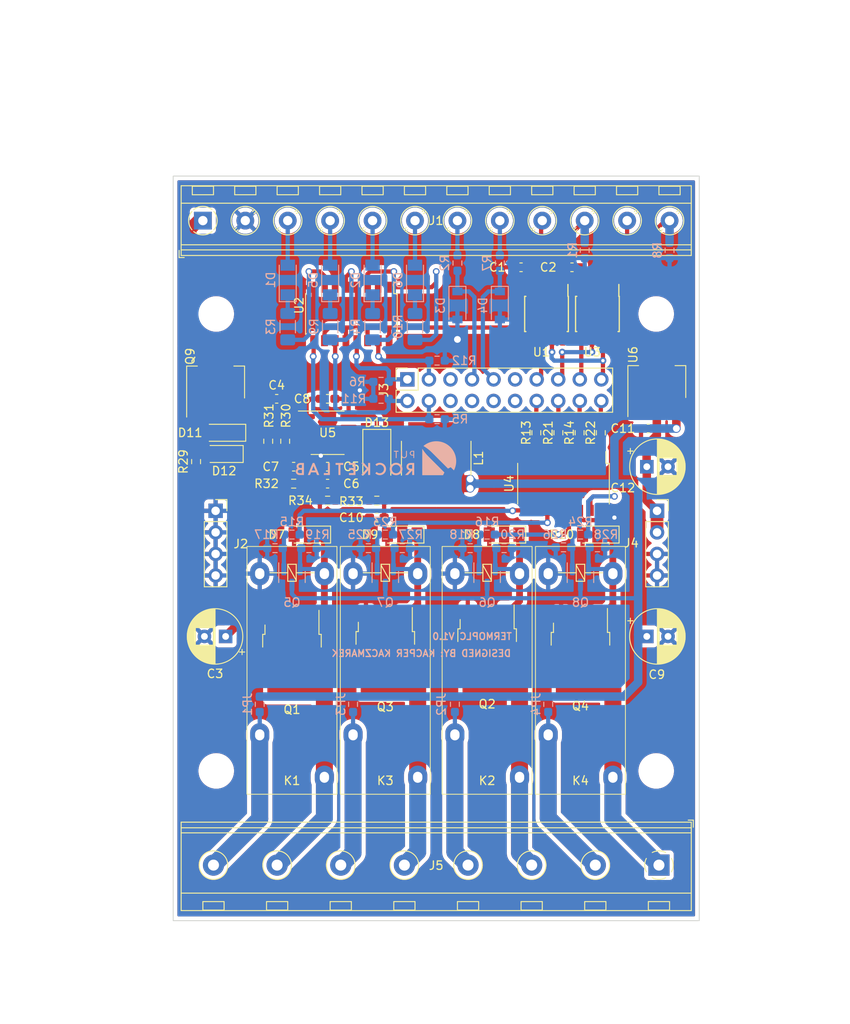
<source format=kicad_pcb>
(kicad_pcb (version 20211014) (generator pcbnew)
  (layers (0 "F.Cu" signal) (31 "B.Cu" signal) (34 "B.Paste" user) (35 "F.Paste" user) (36 "B.SilkS" user "B.Silkscreen") (37 "F.SilkS" user "F.Silkscreen") (38 "B.Mask" user) (39 "F.Mask" user) (44 "Edge.Cuts" user))
  (net 0 "")
  (net 1 "+24V")
  (net 2 "+3V3")
  (net 3 "IN1")
  (net 4 "IN2")
  (net 5 "IN3")
  (net 6 "IN4")
  (net 7 "A1")
  (net 8 "A2")
  (net 9 "T1+")
  (net 10 "T1-")
  (net 11 "T2+")
  (net 12 "VDD")
  (net 13 "Q1_A")
  (net 14 "Q1_B")
  (net 15 "Q2_A")
  (net 16 "Q2_B")
  (net 17 "Q3_A")
  (net 18 "Q3_B")
  (net 19 "Q4_A")
  (net 20 "Q4_B")
  (net 21 "+9V")
  (net 22 "A1_A")
  (net 23 "A2_A")
  (net 24 "A1_B")
  (net 25 "MOSI")
  (net 26 "A2_B")
  (net 27 "MISO")
  (net 28 "IS1")
  (net 29 "SCK")
  (net 30 "IS2")
  (net 31 "CS1")
  (net 32 "IS3")
  (net 33 "CS2")
  (net 34 "IS4")
  (net 35 "A3")
  (net 36 "A4")
  (net 37 "Net-(D1-Pad1)")
  (net 38 "Net-(D2-Pad1)")
  (net 39 "CTRL1")
  (net 40 "CTRL2")
  (net 41 "CTRL3")
  (net 42 "CTRL4")
  (net 43 "/Voltage Management/EN2")
  (net 44 "Net-(C7-Pad1)")
  (net 45 "Net-(C8-Pad2)")
  (net 47 "Net-(C5-Pad1)")
  (net 48 "Net-(C6-Pad2)")
  (net 49 "Net-(C8-Pad1)")
  (net 50 "Net-(D5-Pad1)")
  (net 51 "Net-(D6-Pad1)")
  (net 52 "Net-(D12-Pad2)")
  (net 53 "Net-(Q5-Pad1)")
  (net 54 "Net-(Q6-Pad1)")
  (net 55 "Net-(Q7-Pad1)")
  (net 56 "Net-(Q8-Pad1)")
  (net 57 "Net-(R3-Pad2)")
  (net 58 "Net-(R4-Pad2)")
  (net 59 "Net-(R9-Pad2)")
  (net 60 "Net-(R10-Pad2)")
  (net 61 "Net-(R33-Pad2)")
  (net 63 "GND")
  (net 64 "T2-")
  (net 65 "Net-(R13-Pad2)")
  (net 66 "Net-(R14-Pad2)")
  (net 67 "Net-(R15-Pad1)")
  (net 68 "Net-(R16-Pad1)")
  (net 69 "Net-(R22-Pad2)")
  (net 70 "Net-(R23-Pad1)")
  (net 71 "Net-(R24-Pad1)")
  (net 77 "Net-(R21-Pad2)")
  (footprint "Resistor_SMD:R_0603_1608Metric_Pad0.98x0.95mm_HandSolder" (layer "F.Cu") (at 70.2 85 90)
    (fp_text reference "R31")
    (fp_text value "22k")
  )
  (footprint "TerminalBlock_RND:TerminalBlock_RND_205-00055_1x12_P5.00mm_Horizontal" (layer "F.Cu") (at 62.5 59)
    (fp_text reference "J1")
    (fp_text value "MainConn")
  )
  (footprint "Diode_SMD:D_MiniMELF" (layer "F.Cu") (at 98 96 180)
    (fp_text reference "D8")
    (fp_text value "D")
  )
  (footprint "Resistor_SMD:R_0603_1608Metric_Pad0.98x0.95mm_HandSolder" (layer "F.Cu") (at 104.4 84 -90)
    (fp_text reference "R21")
    (fp_text value "1k")
  )
  (footprint "TerminalBlock_RND:TerminalBlock_RND_205-00073_1x08_P7.50mm_Horizontal" (layer "F.Cu") (at 116.25 134.95 180)
    (fp_text reference "J5")
    (fp_text value "RelayConn")
  )
  (footprint "Diode_SMD:D_MiniMELF" (layer "F.Cu") (at 65 84 180)
    (fp_text reference "D11")
    (fp_text value "D")
  )
  (footprint "Capacitor_SMD:C_0603_1608Metric_Pad1.08x0.95mm_HandSolder" (layer "F.Cu") (at 77.2 88 180)
    (fp_text reference "C5")
    (fp_text value "47p")
  )
  (footprint "Package_SO:SOP-16_4.4x10.4mm_P1.27mm" (layer "F.Cu") (at 80 70 -90)
    (fp_text reference "U2")
    (fp_text value "LTV-247")
  )
  (footprint "Capacitor_SMD:C_0603_1608Metric_Pad1.08x0.95mm_HandSolder" (layer "F.Cu") (at 77.2 80 180)
    (fp_text reference "C8")
    (fp_text value "100n")
  )
  (footprint "Package_SO:PowerIntegrations_SO-8" (layer "F.Cu") (at 103 70 -90)
    (fp_text reference "U1")
    (fp_text value "MAX6675")
  )
  (footprint "Resistor_SMD:R_0603_1608Metric_Pad0.98x0.95mm_HandSolder" (layer "F.Cu") (at 61.7 87.4 -90)
    (fp_text reference "R29")
    (fp_text value "100k")
  )
  (footprint "PUTRocketLab_other:V23061-A1004-A302" (layer "F.Cu") (at 84 112)
    (fp_text reference "K3")
    (fp_text value "V23061A1004A302")
  )
  (footprint "Connector_PinSocket_2.54mm:PinSocket_1x04_P2.54mm_Vertical" (layer "F.Cu") (at 116.025 93.2)
    (fp_text reference "J4")
    (fp_text value "Conn_01x04")
  )
  (footprint "Capacitor_SMD:C_0603_1608Metric_Pad1.08x0.95mm_HandSolder" (layer "F.Cu") (at 115 83.5 180)
    (fp_text reference "C12")
    (fp_text value "100n")
  )
  (footprint "Capacitor_SMD:C_0603_1608Metric_Pad1.08x0.95mm_HandSolder" (layer "F.Cu") (at 83 94 180)
    (fp_text reference "C10")
    (fp_text value "100n")
  )
  (footprint "Package_TO_SOT_SMD:SOT-223-3_TabPin2" (layer "F.Cu") (at 116 78 90)
    (fp_text reference "U6")
    (fp_text value "AZ1117-3.3")
  )
  (footprint "Diode_SMD:D_SOD-123" (layer "F.Cu") (at 65 86.5 180)
    (fp_text reference "D12")
    (fp_text value "9V")
  )
  (footprint "Resistor_SMD:R_0603_1608Metric_Pad0.98x0.95mm_HandSolder" (layer "F.Cu") (at 77.2 92 180)
    (fp_text reference "R34")
    (fp_text value "10k")
  )
  (footprint "Capacitor_SMD:C_0603_1608Metric_Pad1.08x0.95mm_HandSolder" (layer "F.Cu") (at 71.2 80 180)
    (fp_text reference "C4")
    (fp_text value "100n")
  )
  (footprint "Resistor_SMD:R_0603_1608Metric_Pad0.98x0.95mm_HandSolder" (layer "F.Cu") (at 106.9 84 -90)
    (fp_text reference "R14")
    (fp_text value "1k")
  )
  (footprint "Package_SO:SOP-16_4.4x10.4mm_P1.27mm" (layer "F.Cu") (at 105 90 -90)
    (fp_text reference "U4")
    (fp_text value "LTV-247")
  )
  (footprint "Capacitor_THT:CP_Radial_D6.3mm_P2.50mm" (layer "F.Cu") (at 114.81762 88)
    (fp_text reference "C11")
    (fp_text value "100u")
  )
  (footprint "Capacitor_SMD:C_0603_1608Metric_Pad1.08x0.95mm_HandSolder" (layer "F.Cu") (at 106 64.5 180)
    (fp_text reference "C2")
    (fp_text value "100n")
  )
  (footprint "Package_SO:PowerIntegrations_SO-8" (layer "F.Cu") (at 109 70 -90)
    (fp_text reference "U3")
    (fp_text value "MAX6675")
  )
  (footprint "Package_TO_SOT_SMD:TO-252-2" (layer "F.Cu") (at 73 110.225 -90)
    (fp_text reference "Q1")
    (fp_text value "IRLR2705TRPBF")
  )
  (footprint "Package_SO:SOIC-8_3.9x4.9mm_P1.27mm" (layer "F.Cu") (at 77.2 84)
    (fp_text reference "U5")
    (fp_text value "TPS54231")
  )
  (footprint "Connector_PinSocket_2.54mm:PinSocket_1x04_P2.54mm_Vertical" (layer "F.Cu") (at 64 93.2)
    (fp_text reference "J2")
    (fp_text value "Conn_01x04")
  )
  (footprint "Capacitor_THT:CP_Radial_D6.3mm_P2.50mm" (layer "F.Cu") (at 65.18238 108 180)
    (fp_text reference "C3")
    (fp_text value "100u")
  )
  (footprint "MountingHole:MountingHole_3.2mm_M3" (layer "F.Cu") (at 64.075 70)
    (fp_text reference "H1" hide)
    (fp_text value "M3")
  )
  (footprint "Resistor_SMD:R_0603_1608Metric_Pad0.98x0.95mm_HandSolder" (layer "F.Cu") (at 73.2 90 180)
    (fp_text reference "R32")
    (fp_text value "22k")
  )
  (footprint "Package_TO_SOT_SMD:TO-252-2" (layer "F.Cu") (at 84 109.9 -90)
    (fp_text reference "Q3")
    (fp_text value "IRLR2705TRPBF")
  )
  (footprint "PUTRocketLab_other:V23061-A1004-A302" (layer "F.Cu") (at 107 112)
    (fp_text reference "K4")
    (fp_text value "V23061A1004A302")
  )
  (footprint "Connector_PinSocket_2.54mm:PinSocket_2x10_P2.54mm_Vertical" (layer "F.Cu") (at 86.6 77.71 90)
    (fp_text reference "J3")
    (fp_text value "Conn_02x10_Odd_Even")
  )
  (footprint "Capacitor_SMD:C_0603_1608Metric_Pad1.08x0.95mm_HandSolder" (layer "F.Cu") (at 100 64.5 180)
    (fp_text reference "C1")
    (fp_text value "100n")
  )
  (footprint "Inductor_SMD:L_Bourns_SRN8040TA" (layer "F.Cu") (at 90 87 -90)
    (fp_text reference "L1")
    (fp_text value "10u")
  )
  (footprint "MountingHole:MountingHole_3.2mm_M3" (layer "F.Cu") (at 115.925 70)
    (fp_text reference "H2" hide)
    (fp_text value "M3")
  )
  (footprint "MountingHole:MountingHole_3.2mm_M3" (layer "F.Cu") (at 115.925 123.85)
    (fp_text reference "H3" hide)
    (fp_text value "M3")
  )
  (footprint "Capacitor_THT:CP_Radial_D6.3mm_P2.50mm" (layer "F.Cu") (at 114.817621 108)
    (fp_text reference "C9")
    (fp_text value "100u")
  )
  (footprint "Package_TO_SOT_SMD:TO-252-2" (layer "F.Cu") (at 107 110 -90)
    (fp_text reference "Q4")
    (fp_text value "IRLR2705TRPBF")
  )
  (footprint "Capacitor_SMD:C_0603_1608Metric_Pad1.08x0.95mm_HandSolder" (layer "F.Cu") (at 77.2 90 180)
    (fp_text reference "C6")
    (fp_text value "100n")
  )
  (footprint "Resistor_SMD:R_0603_1608Metric_Pad0.98x0.95mm_HandSolder" (layer "F.Cu") (at 101.8 84 -90)
    (fp_text reference "R13")
    (fp_text value "1k")
  )
  (footprint "Diode_SMD:D_MiniMELF" (layer "F.Cu") (at 75 96 180)
    (fp_text reference "D7")
    (fp_text value "D")
  )
  (footprint "MountingHole:MountingHole_3.2mm_M3" (layer "F.Cu") (at 64.075 123.85)
    (fp_text reference "H4" hide)
    (fp_text value "M3")
  )
  (footprint "Resistor_SMD:R_0603_1608Metric_Pad0.98x0.95mm_HandSolder" (layer "F.Cu") (at 83 92 180)
    (fp_text reference "R33")
    (fp_text value "100k")
  )
  (footprint "Diode_SMD:D_MiniMELF" (layer "F.Cu") (at 86 96 180)
    (fp_text reference "D9")
    (fp_text value "D")
  )
  (footprint "Capacitor_SMD:C_0603_1608Metric_Pad1.08x0.95mm_HandSolder" (layer "F.Cu") (at 73.2 88 180)
    (fp_text reference "C7")
    (fp_text value "100n")
  )
  (footprint "PUTRocketLab_other:V23061-A1004-A302" (layer "F.Cu") (at 96 112)
    (fp_text reference "K2")
    (fp_text value "V23061A1004A302")
  )
  (footprint "Diode_SMD:D_SMA" (layer "F.Cu") (at 83 87 -90)
    (fp_text reference "D13")
    (fp_text value "D_Schottky")
  )
  (footprint "Package_TO_SOT_SMD:SOT-223-3_TabPin2" (layer "F.Cu") (at 64 78.05 90)
    (fp_text reference "Q9")
    (fp_text value "NVF5P03")
  )
  (footprint "Package_TO_SOT_SMD:TO-252-2" (layer "F.Cu") (at 96 109.575 -90)
    (fp_text reference "Q2")
    (fp_text value "IRLR2705TRPBF")
  )
  (footprint "Resistor_SMD:R_0603_1608Metric_Pad0.98x0.95mm_HandSolder" (layer "F.Cu") (at 109.4 84 -90)
    (fp_text reference "R22")
    (fp_text value "1k")
  )
  (footprint "Resistor_SMD:R_0603_1608Metric_Pad0.98x0.95mm_HandSolder" (layer "F.Cu") (at 72.2 85 -90)
    (fp_text reference "R30")
    (fp_text value "100k")
  )
  (footprint "Diode_SMD:D_MiniMELF" (layer "F.Cu") (at 109 96 180)
    (fp_text reference "D10")
    (fp_text value "D")
  )
  (footprint "PUTRocketLab_other:V23061-A1004-A302" (layer "F.Cu") (at 73 112)
    (fp_text reference "K1")
    (fp_text value "V23061A1004A302")
  )
  (footprint "Diode_SMD:D_MiniMELF" (layer "B.Cu") (at 87.5 66 90)
    (fp_text reference "D6")
    (fp_text value "D")
  )
  (footprint "Resistor_SMD:R_1206_3216Metric_Pad1.30x1.75mm_HandSolder" (layer "B.Cu") (at 72.5 71.5 -90)
    (fp_text reference "R3")
    (fp_text value "3k3")
  )
  (footprint "Resistor_SMD:R_0603_1608Metric_Pad0.98x0.95mm_HandSolder" (layer "B.Cu") (at 83.5 80 180)
    (fp_text reference "R11")
    (fp_text value "10k")
  )
  (footprint "Resistor_SMD:R_0603_1608Metric_Pad0.98x0.95mm_HandSolder" (layer "B.Cu") (at 83.5 78 180)
    (fp_text reference "R6")
    (fp_text value "10k")
  )
  (footprint "Resistor_SMD:R_0603_1608Metric_Pad0.98x0.95mm_HandSolder" (layer "B.Cu") (at 98 97.6)
    (fp_text reference "R20")
    (fp_text value "10k")
  )
  (footprint "Diode_SMD:D_MiniMELF" (layer "B.Cu") (at 72.5 66 90)
    (fp_text reference "D1")
    (fp_text value "D")
  )
  (footprint "Package_TO_SOT_SMD:SOT-23" (layer "B.Cu") (at 96 101 -90)
    (fp_text reference "Q6")
    (fp_text value "BC817")
  )
  (footprint "Diode_SMD:D_MiniMELF" (layer "B.Cu") (at 77.5 66 90)
    (fp_text reference "D5")
    (fp_text value "D")
  )
  (footprint "Package_TO_SOT_SMD:SOT-23" (layer "B.Cu") (at 73 101 -90)
    (fp_text reference "Q5")
    (fp_text value "BC817")
  )
  (footprint "Resistor_SMD:R_0603_1608Metric_Pad0.98x0.95mm_HandSolder" (layer "B.Cu") (at 92.2 116 -90)
    (fp_text reference "JP2")
    (fp_text value "Shorted in mosfet mode")
  )
  (footprint "PutRocketLab_graphics:PutRocketlab_logo_2_h4mm" (layer "B.Cu") (at 82.9 87 180)
    (fp_text reference "G1" hide)
    (fp_text value "PutRocketLab_logo_large" hide)
  )
  (footprint "Resistor_SMD:R_1206_3216Metric_Pad1.30x1.75mm_HandSolder" (layer "B.Cu") (at 87.5 71.5 -90)
    (fp_text reference "R10")
    (fp_text value "3k3")
  )
  (footprint "Resistor_SMD:R_0603_1608Metric_Pad0.98x0.95mm_HandSolder" (layer "B.Cu") (at 71 97.6 180)
    (fp_text reference "R17")
    (fp_text value "inf")
  )
  (footprint "Resistor_SMD:R_0603_1608Metric_Pad0.98x0.95mm_HandSolder" (layer "B.Cu") (at 75 97.6)
    (fp_text reference "R19")
    (fp_text value "10k")
  )
  (footprint "Resistor_SMD:R_0603_1608Metric_Pad0.98x0.95mm_HandSolder" (layer "B.Cu") (at 84 96 180)
    (fp_text reference "R23")
    (fp_text value "100")
  )
  (footprint "Resistor_SMD:R_0603_1608Metric_Pad0.98x0.95mm_HandSolder" (layer "B.Cu") (at 96 96 180)
    (fp_text reference "R16")
    (fp_text value "100")
  )
  (footprint "Resistor_SMD:R_0603_1608Metric_Pad0.98x0.95mm_HandSolder" (layer "B.Cu") (at 107.5 62.5 -90)
    (fp_text reference "R1")
    (fp_text value "0R")
  )
  (footprint "Resistor_SMD:R_0603_1608Metric_Pad0.98x0.95mm_HandSolder" (layer "B.Cu") (at 80.2 116 -90)
    (fp_text reference "JP3")
    (fp_text value "Shorted in mosfet mode")
  )
  (footprint "Resistor_SMD:R_0603_1608Metric_Pad0.98x0.95mm_HandSolder" (layer "B.Cu") (at 86 97.6)
    (fp_text reference "R27")
    (fp_text value "10k")
  )
  (footprint "Resistor_SMD:R_0603_1608Metric_Pad0.98x0.95mm_HandSolder" (layer "B.Cu") (at 92.5 64 -90)
    (fp_text reference "R2")
    (fp_text value "10k")
  )
  (footprint "Resistor_SMD:R_0603_1608Metric_Pad0.98x0.95mm_HandSolder" (layer "B.Cu") (at 73 96 180)
    (fp_text reference "R15")
    (fp_text value "100")
  )
  (footprint "Resistor_SMD:R_1206_3216Metric_Pad1.30x1.75mm_HandSolder" (layer "B.Cu") (at 82.5 71.5 -90)
    (fp_text reference "R4")
    (fp_text value "3k3")
  )
  (footprint "Package_TO_SOT_SMD:SOT-23" (layer "B.Cu") (at 84 101 -90)
    (fp_text reference "Q7")
    (fp_text value "BC817")
  )
  (footprint "Resistor_SMD:R_0603_1608Metric_Pad0.98x0.95mm_HandSolder" (layer "B.Cu") (at 82 97.6 180)
    (fp_text reference "R25")
    (fp_text value "inf")
  )
  (footprint "Resistor_SMD:R_0603_1608Metric_Pad0.98x0.95mm_HandSolder" (layer "B.Cu") (at 105 97.5 180)
    (fp_text reference "R26")
    (fp_text value "inf")
  )
  (footprint "Resistor_SMD:R_0603_1608Metric_Pad0.98x0.95mm_HandSolder" (layer "B.Cu") (at 107 96 180)
    (fp_text reference "R24")
    (fp_text value "100")
  )
  (footprint "Resistor_SMD:R_0603_1608Metric_Pad0.98x0.95mm_HandSolder" (layer "B.Cu") (at 90.1 82.4)
    (fp_text reference "R5")
    (fp_text value "10k")
  )
  (footprint "Resistor_SMD:R_0603_1608Metric_Pad0.98x0.95mm_HandSolder" (layer "B.Cu") (at 69.2 116 -90)
    (fp_text reference "JP1")
    (fp_text value "Shorted in mosfet mode")
  )
  (footprint "Resistor_SMD:R_0603_1608Metric_Pad0.98x0.95mm_HandSolder" (layer "B.Cu") (at 109 97.5)
    (fp_text reference "R28")
    (fp_text value "10k")
  )
  (footprint "Package_TO_SOT_SMD:SOT-23" (layer "B.Cu") (at 107 101 -90)
    (fp_text reference "Q8")
    (fp_text value "BC817")
  )
  (footprint "Resistor_SMD:R_0603_1608Metric_Pad0.98x0.95mm_HandSolder" (layer "B.Cu") (at 103.2 116 -90)
    (fp_text reference "JP4")
    (fp_text value "Shorted in mosfet mode")
  )
  (footprint "Resistor_SMD:R_0603_1608Metric_Pad0.98x0.95mm_HandSolder" (layer "B.Cu") (at 97.5 64 -90)
    (fp_text reference "R7")
    (fp_text value "10k")
  )
  (footprint "Resistor_SMD:R_0603_1608Metric_Pad0.98x0.95mm_HandSolder" (layer "B.Cu") (at 117.5 62.5 -90)
    (fp_text reference "R8")
    (fp_text value "0R")
  )
  (footprint "Resistor_SMD:R_0603_1608Metric_Pad0.98x0.95mm_HandSolder" (layer "B.Cu") (at 90.1 75.5)
    (fp_text reference "R12")
    (fp_text value "10k")
  )
  (footprint "Diode_SMD:D_MiniMELF" (layer "B.Cu") (at 82.5 66 90)
    (fp_text reference "D2")
    (fp_text value "D")
  )
  (footprint "Diode_SMD:D_SOD-123" (layer "B.Cu") (at 92.5 69 -90)
    (fp_text reference "D3")
    (fp_text value "3v6")
  )
  (footprint "Resistor_SMD:R_0603_1608Metric_Pad0.98x0.95mm_HandSolder" (layer "B.Cu") (at 94 97.6 180)
    (fp_text reference "R18")
    (fp_text value "inf")
  )
  (footprint "Resistor_SMD:R_1206_3216Metric_Pad1.30x1.75mm_HandSolder" (layer "B.Cu") (at 77.5 71.5 -90)
    (fp_text reference "R9")
    (fp_text value "3k3")
  )
  (footprint "Diode_SMD:D_SOD-123" (layer "B.Cu") (at 97.5 69 -90)
    (fp_text reference "D4")
    (fp_text value "3v6")
  )
  (gr_rect (start 59 53.75) (end 121 141.5) (layer "Edge.Cuts") (width 0.1) (fill none))
  (gr_text "DESIGNED BY: KACPER KACZMAREK" (at 98.9 110) (layer "B.SilkS") (effects (font (size 0.8 0.8) (thickness 0.16)) (justify left mirror)))
  (gr_text "TERMOPLC V1.0" (at 99 108) (layer "B.SilkS") (effects (font (size 0.8 0.8) (thickness 0.16)) (justify left mirror)))
  (segment (start 64 81.2) (end 64 83.25) (width 1) (layer "F.Cu") (net 1))
  (segment (start 64 81.2) (end 64 74.9) (width 1.5) (layer "F.Cu") (net 1))
  (segment (start 62.1 74.9) (end 64 74.9) (width 1.5) (layer "F.Cu") (net 1))
  (segment (start 62.5 59) (end 62 59) (width 1.5) (layer "F.Cu") (net 1))
  (segment (start 62 59) (end 61 60) (width 1.5) (layer "F.Cu") (net 1))
  (segment (start 61 60) (end 61 73.8) (width 1.5) (layer "F.Cu") (net 1))
  (segment (start 61 73.8) (end 62.1 74.9) (width 1.5) (layer "F.Cu") (net 1))
  (segment (start 64 83.25) (end 63.25 84) (width 1) (layer "F.Cu") (net 1))
  (segment (start 81.9 71.6) (end 84.6 71.6) (width 0.5) (layer "F.Cu") (net 2))
  (segment (start 76.83 72.17) (end 77.4 71.6) (width 0.5) (layer "F.Cu") (net 2))
  (segment (start 81.91 73.15) (end 81.91 71.61) (width 0.5) (layer "F.Cu") (net 2))
  (segment (start 114.8 85.5) (end 114.8 87.98238) (width 1) (layer "F.Cu") (net 2))
  (segment (start 77.4 71.6) (end 79.5 71.6) (width 0.5) (layer "F.Cu") (net 2))
  (segment (start 107.095 64.7325) (end 106.8625 64.5) (width 0.5) (layer "F.Cu") (net 2))
  (segment (start 101.09 65.55) (end 101.095 65.555) (width 0.5) (layer "F.Cu") (net 2))
  (segment (start 101.095 69.395) (end 101.2 69.5) (width 0.5) (layer "F.Cu") (net 2))
  (segment (start 116 74.85) (end 116 81.15) (width 1) (layer "F.Cu") (net 2))
  (segment (start 99.7 69.5) (end 106.3 69.5) (width 0.5) (layer "F.Cu") (net 2))
  (segment (start 114.81762 91.99262) (end 116.025 93.2) (width 1) (layer "F.Cu") (net 2))
  (segment (start 116 81.15) (end 116 84.3) (width 1) (layer "F.Cu") (net 2))
  (segment (start 99.4 69.8) (end 99.7 69.5) (width 0.5) (layer "F.Cu") (net 2))
  (segment (start 116.025 93.2) (end 116.025 95.74) (width 1.5) (layer "F.Cu") (net 2))
  (segment (start 79.36 71.74) (end 79.5 71.6) (width 0.5) (layer "F.Cu") (net 2))
  (segment (start 112.55 74.85) (end 116 74.85) (width 0.5) (layer "F.Cu") (net 2))
  (segment (start 107.095 69.205) (end 107.095 67.275) (width 0.5) (layer "F.Cu") (net 2))
  (segment (start 111.5 69.5) (end 112.0625 70.0625) (width 0.5) (layer "F.Cu") (net 2))
  (segment (start 112.0625 74.3625) (end 112.55 74.85) (width 0.5) (layer "F.Cu") (net 2))
  (segment (start 112.0625 70.0625) (end 112.0625 74.3625) (width 0.5) (layer "F.Cu") (net 2))
  (segment (start 101.095 67.275) (end 101.095 65.555) (width 0.5) (layer "F.Cu") (net 2))
  (segment (start 81.91 71.61) (end 81.9 71.6) (width 0.5) (layer "F.Cu") (net 2))
  (segment (start 107.095 67.275) (end 107.095 64.7325) (width 0.5) (layer "F.Cu") (net 2))
  (segment (start 79.5 71.6) (end 81.9 71.6) (width 0.5) (layer "F.Cu") (net 2))
  (segment (start 101.095 65.555) (end 101.095 64.7325) (width 0.5) (layer "F.Cu") (net 2))
  (segment (start 79.36 73.15) (end 79.36 71.74) (width 0.5) (layer "F.Cu") (net 2))
  (segment (start 114.8 87.98238) (end 114.81762 88) (width 1) (layer "F.Cu") (net 2))
  (segment (start 114.81762 88) (end 114.81762 91.99262) (width 1) (layer "F.Cu") (net 2))
  (segment (start 99.4 71.2) (end 99.4 69.8) (width 0.5) (layer "F.Cu") (net 2))
  (segment (start 76.83 73.15) (end 76.83 72.17) (width 0.5) (layer "F.Cu") (net 2))
  (segment (start 84.45 71.75) (end 84.6 71.6) (width 0.5) (layer "F.Cu") (net 2))
  (segment (start 84.6 71.6) (end 99 71.6) (width 0.5) (layer "F.Cu") (net 2))
  (segment (start 106.3 69.5) (end 111.5 69.5) (width 0.5) (layer "F.Cu") (net 2))
  (segment (start 84.45 73.15) (end 84.45 71.75) (width 0.5) (layer "F.Cu") (net 2))
  (segment (start 101.095 67.275) (end 101.095 69.395) (width 0.5) (layer "F.Cu") (net 2))
  (segment (start 101.095 64.7325) (end 100.8625 64.5) (width 0.5) (layer "F.Cu") (net 2))
  (segment (start 106.3 69.5) (end 106.8 69.5) (width 0.5) (layer "F.Cu") (net 2))
  (segment (start 99 71.6) (end 99.4 71.2) (width 0.5) (layer "F.Cu") (net 2))
  (segment (start 116 84.3) (end 114.8 85.5) (width 1) (layer "F.Cu") (net 2))
  (segment (start 72.5 64.25) (end 72.5 59) (width 0.5) (layer "B.Cu") (net 3))
  (segment (start 77.5 64.25) (end 77.5 59) (width 0.5) (layer "B.Cu") (net 4))
  (segment (start 82.5 64.25) (end 82.5 59) (width 0.5) (layer "B.Cu") (net 5))
  (segment (start 87.5 64.25) (end 87.5 59) (width 0.5) (layer "B.Cu") (net 6))
  (segment (start 76.82 100.6) (end 76.82 96.07) (width 0.8) (layer "F.Cu") (net 7))
  (segment (start 76.82 104.485) (end 75.28 106.025) (width 0.8) (layer "F.Cu") (net 7))
  (segment (start 76.82 100.6) (end 76.82 104.485) (width 0.8) (layer "F.Cu") (net 7))
  (segment (start 76.82 96.07) (end 76.75 96) (width 0.8) (layer "F.Cu") (net 7))
  (segment (start 73.95 100.0625) (end 76.2825 100.0625) (width 0.5) (layer "B.Cu") (net 7))
  (segment (start 73.95 100.1625) (end 73.95 97.7375) (width 0.5) (layer "B.Cu") (net 7))
  (segment (start 76.2825 100.0625) (end 76.82 100.6) (width 0.5) (layer "B.Cu") (net 7))
  (segment (start 73.95 97.7375) (end 74.0875 97.6) (width 0.5) (layer "B.Cu") (net 7))
  (segment (start 87.82 96.07) (end 87.75 96) (width 0.8) (layer "F.Cu") (net 8))
  (segment (start 87.82 100.6) (end 87.82 104.16) (width 0.8) (layer "F.Cu") (net 8))
  (segment (start 87.82 104.16) (end 86.28 105.7) (width 0.8) (layer "F.Cu") (net 8))
  (segment (start 87.82 100.6) (end 87.82 96.07) (width 0.8) (layer "F.Cu") (net 8))
  (segment (start 84.95 100.1625) (end 84.95 97.7375) (width 0.5) (layer "B.Cu") (net 8))
  (segment (start 84.95 97.7375) (end 85.0875 97.6) (width 0.5) (layer "B.Cu") (net 8))
  (segment (start 84.95 100.0625) (end 87.2825 100.0625) (width 0.5) (layer "B.Cu") (net 8))
  (segment (start 87.2825 100.0625) (end 87.82 100.6) (width 0.5) (layer "B.Cu") (net 8))
  (segment (start 102.365 67.275) (end 102.365 59.135) (width 0.5) (layer "F.Cu") (net 9))
  (segment (start 102.365 59.135) (end 102.5 59) (width 0.5) (layer "F.Cu") (net 9))
  (segment (start 103.635 67.275) (end 103.635 62.865) (width 0.5) (layer "F.Cu") (net 10))
  (segment (start 103.635 62.865) (end 107.5 59) (width 0.5) (layer "F.Cu") (net 10))
  (segment (start 107.5 61.5875) (end 107.5 59) (width 1) (layer "B.Cu") (net 10))
  (segment (start 108.375 67.265) (end 108.375 66.357233) (width 0.5) (layer "F.Cu") (net 11))
  (segment (start 108.375 66.357233) (end 112.5 62.232233) (width 0.5) (layer "F.Cu") (net 11))
  (segment (start 108.365 67.275) (end 108.375 67.265) (width 0.5) (layer "F.Cu") (net 11))
  (segment (start 112.5 62.232233) (end 112.5 59) (width 0.5) (layer "F.Cu") (net 11))
  (segment (start 72.2 82.3) (end 72.2 80.1375) (width 0.8) (layer "F.Cu") (net 12))
  (segment (start 66.8 81.9) (end 71.8 81.9) (width 1) (layer "F.Cu") (net 12))
  (segment (start 66.3 106.88238) (end 66.3 81.2) (width 1) (layer "F.Cu") (net 12))
  (segment (start 72.2 83.4) (end 72.2 82.3) (width 0.8) (layer "F.Cu") (net 12))
  (segment (start 72.2 84.0875) (end 72.2 83.4) (width 0.8) (layer "F.Cu") (net 12))
  (segment (start 66.3 81.2) (end 66.3 82.4) (width 1) (layer "F.Cu") (net 12))
  (segment (start 65.18238 108) (end 66.3 106.88238) (width 1) (layer "F.Cu") (net 12))
  (segment (start 74.725 83.365) (end 72.235 83.365) (width 0.5) (layer "F.Cu") (net 12))
  (segment (start 72.2 82.3) (end 72.2 81.6) (width 0.8) (layer "F.Cu") (net 12))
  (segment (start 72.235 83.365) (end 72.2 83.4) (width 0.5) (layer "F.Cu") (net 12))
  (segment (start 72.2 80.1375) (end 72.0625 80) (width 0.8) (layer "F.Cu") (net 12))
  (segment (start 69.2 129.5) (end 63.75 134.95) (width 2) (layer "F.Cu") (net 13))
  (segment (start 69.2 119.6) (end 69.2 129.5) (width 2) (layer "F.Cu") (net 13))
  (segment (start 69.2 129.5) (end 69.2 119.6) (width 2) (layer "B.Cu") (net 13))
  (segment (start 69.2 129.5) (end 63.75 134.95) (width 2) (layer "B.Cu") (net 13))
  (segment (start 69.2 116.9125) (end 69.2 119.6) (width 0.5) (layer "B.Cu") (net 13))
  (segment (start 73.1 114) (end 73 114.1) (width 2) (layer "F.Cu") (net 14))
  (segment (start 76.82 124.6) (end 76.82 113.82) (width 2) (layer "F.Cu") (net 14))
  (segment (start 75.325 112.325) (end 73 112.325) (width 2) (layer "F.Cu") (net 14))
  (segment (start 76.82 129.38) (end 71.25 134.95) (width 2) (layer "F.Cu") (net 14))
  (segment (start 76.82 113.82) (end 75.325 112.325) (width 2) (layer "F.Cu") (net 14))
  (segment (start 76.82 124.6) (end 76.82 129.38) (width 2) (layer "F.Cu") (net 14))
  (segment (start 76.82 129.38) (end 76.82 124.6) (width 2) (layer "B.Cu") (net 14))
  (segment (start 76.82 129.38) (end 71.25 134.95) (width 2) (layer "B.Cu") (net 14))
  (segment (start 80.2 133.5) (end 78.75 134.95) (width 2) (layer "F.Cu") (net 15))
  (segment (start 80.2 119.6) (end 80.2 133.5) (width 2) (layer "F.Cu") (net 15))
  (segment (start 80.2 133.5) (end 80.2 119.6) (width 2) (layer "B.Cu") (net 15))
  (segment (start 80.2 133.5) (end 78.75 134.95) (width 2) (layer "B.Cu") (net 15))
  (segment (start 80.2 116.9125) (end 80.2 119.6) (width 0.5) (layer "B.Cu") (net 15))
  (segment (start 87.82 133.38) (end 86.25 134.95) (width 2) (layer "F.Cu") (net 16))
  (segment (start 87 112) (end 84 112) (width 2) (layer "F.Cu") (net 16))
  (segment (start 87.82 124.6) (end 87.82 112.82) (width 2) (layer "F.Cu") (net 16))
  (segment (start 87.82 112.82) (end 87 112) (width 2) (layer "F.Cu") (net 16))
  (segment (start 87.82 124.6) (end 87.82 133.38) (width 2) (layer "F.Cu") (net 16))
  (segment (start 84.1 114) (end 84 114.1) (width 2) (layer "F.Cu") (net 16))
  (segment (start 87.82 133.38) (end 87.82 124.6) (width 2) (layer "B.Cu") (net 16))
  (segment (start 87.82 133.38) (end 86.25 134.95) (width 2) (layer "B.Cu") (net 16))
  (segment (start 92.2 133.4) (end 93.75 134.95) (width 2) (layer "F.Cu") (net 17))
  (segment (start 92.2 119.6) (end 92.2 133.4) (width 2) (layer "F.Cu") (net 17))
  (segment (start 92.2 116.9125) (end 92.2 119.6) (width 0.5) (layer "B.Cu") (net 17))
  (segment (start 92.2 133.4) (end 92.2 119.6) (width 2) (layer "B.Cu") (net 17))
  (segment (start 92.2 133.4) (end 93.75 134.95) (width 2) (layer "B.Cu") (net 17))
  (segment (start 98.675 111.675) (end 96 111.675) (width 2) (layer "F.Cu") (net 18))
  (segment (start 99.82 133.52) (end 101.25 134.95) (width 2) (layer "F.Cu") (net 18))
  (segment (start 99.82 124.6) (end 99.82 112.82) (width 2) (layer "F.Cu") (net 18))
  (segment (start 99.82 124.6) (end 99.82 133.52) (width 2) (layer "F.Cu") (net 18))
  (segment (start 99.82 112.82) (end 98.675 111.675) (width 2) (layer "F.Cu") (net 18))
  (segment (start 99.82 133.52) (end 99.82 124.6) (width 2) (layer "B.Cu") (net 18))
  (segment (start 99.82 133.52) (end 101.25 134.95) (width 2) (layer "B.Cu") (net 18))
  (segment (start 103.2 119.6) (end 103.2 129.4) (width 2) (layer "F.Cu") (net 19))
  (segment (start 103.2 129.4) (end 108.75 134.95) (width 2) (layer "F.Cu") (net 19))
  (segment (start 103.2 129.4) (end 103.2 119.6) (width 2) (layer "B.Cu") (net 19))
  (segment (start 103.2 116.9125) (end 103.2 119.6) (width 0.5) (layer "B.Cu") (net 19))
  (segment (start 103.2 129.4) (end 108.75 134.95) (width 2) (layer "B.Cu") (net 19))
  (segment (start 110.82 124.6) (end 110.82 129.52) (width 2) (layer "F.Cu") (net 20))
  (segment (start 110.82 124.6) (end 110.82 112.82) (width 2) (layer "F.Cu") (net 20))
  (segment (start 107.1 114) (end 107 114.1) (width 2) (layer "F.Cu") (net 20))
  (segment (start 107.1 112) (end 107 112.1) (width 2) (layer "F.Cu") (net 20))
  (segment (start 110.82 129.52) (end 116.25 134.95) (width 2) (layer "F.Cu") (net 20))
  (segment (start 110 112) (end 107.1 112) (width 2) (layer "F.Cu") (net 20))
  (segment (start 110.82 112.82) (end 110 112) (width 2) (layer "F.Cu") (net 20))
  (segment (start 110.82 129.52) (end 110.82 124.6) (width 2) (layer "B.Cu") (net 20))
  (segment (start 110.82 129.52) (end 116.25 134.95) (width 2) (layer "B.Cu") (net 20))
  (segment (start 108.969022 94.3) (end 109.45 93.819022) (width 0.5) (layer "F.Cu") (net 21))
  (segment (start 94 89.5) (end 93.3 89.5) (width 1) (layer "F.Cu") (net 21))
  (segment (start 106.5 92) (end 104.4 92) (width 0.5) (layer "F.Cu") (net 21))
  (segment (start 101.8 92) (end 88.5 92) (width 0.5) (layer "F.Cu") (net 21))
  (segment (start 101.83 93.15) (end 101.83 92.03) (width 0.5) (layer "F.Cu") (net 21))
  (segment (start 83.8625 94) (end 83.8625 92.05) (width 0.5) (layer "F.Cu") (net 21))
  (segment (start 106.91 93.15) (end 106.91 93.839022) (width 0.5) (layer "F.Cu") (net 21))
  (segment (start 106.91 93.839022) (end 107.370978 94.3) (width 0.5) (layer "F.Cu") (net 21))
  (segment (start 109.45 93.819022) (end 109.45 93.15) (width 0.5) (layer "F.Cu") (net 21))
  (segment (start 104.36 92.04) (end 104.4 92) (width 0.5) (layer "F.Cu") (net 21))
  (segment (start 90.325 89.5) (end 90 89.825) (width 1) (layer "F.Cu") (net 21))
  (segment (start 107.370978 94.3) (end 108.969022 94.3) (width 0.5) (layer "F.Cu") (net 21))
  (segment (start 104.36 93.15) (end 104.36 92.04) (width 0.5) (layer "F.Cu") (net 21))
  (segment (start 94 90.5) (end 94 89.5) (width 1) (layer "F.Cu") (net 21))
  (segment (start 90.675 90.5) (end 90 89.825) (width 1) (layer "F.Cu") (net 21))
  (segment (start 101.83 92.03) (end 101.8 92) (width 0.5) (layer "F.Cu") (net 21))
  (segment (start 90 89.825) (end 90 91.75) (width 1) (layer "F.Cu") (net 21))
  (segment (start 83.9125 92) (end 88.5 92) (width 0.5) (layer "F.Cu") (net 21))
  (segment (start 104.4 92) (end 101.8 92) (width 0.5) (layer "F.Cu") (net 21))
  (segment (start 118.3 83.5) (end 118.3 81.15) (width 1) (layer "F.Cu") (net 21))
  (segment (start 88.5 92) (end 89.9 92) (width 0.5) (layer "F.Cu") (net 21))
  (segment (start 93.3 89.8) (end 93.3 89.5) (width 1) (layer "F.Cu") (net 21))
  (segment (start 93.3 89.5) (end 90.325 89.5) (width 1) (layer "F.Cu") (net 21))
  (segment (start 106.91 92.41) (end 106.5 92) (width 0.5) (layer "F.Cu") (net 21))
  (segment (start 106.91 93.15) (end 106.91 92.41) (width 0.5) (layer "F.Cu") (net 21))
  (segment (start 94 90.5) (end 93.3 89.8) (width 1) (layer "F.Cu") (net 21))
  (segment (start 83.8625 92.05) (end 83.9125 92) (width 0.5) (layer "F.Cu") (net 21))
  (segment (start 94 90.5) (end 90.675 90.5) (width 1) (layer "F.Cu") (net 21))
  (via (at 94 90.55) (size 1) (drill 0.8) (layers "F.Cu" "B.Cu") (net 21))
  (via (at 94 89.45) (size 1) (drill 0.8) (layers "F.Cu" "B.Cu") (net 21))
  (via (at 118.3 83.5) (size 1) (drill 0.8) (layers "F.Cu" "B.Cu") (net 21))
  (segment (start 114 108) (end 113.8 107.8) (width 1) (layer "B.Cu") (net 21))
  (segment (start 69.2 115.0875) (end 103.2 115.0875) (width 0.5) (layer "B.Cu") (net 21))
  (segment (start 96.8 90) (end 94.5 90) (width 1) (layer "B.Cu") (net 21))
  (segment (start 94 90.5) (end 94.5 90) (width 1) (layer "B.Cu") (net 21))
  (segment (start 107 101.9375) (end 107 103.4) (width 0.5) (layer "B.Cu") (net 21))
  (segment (start 106.5 103.5) (end 96 103.5) (width 0.5) (layer "B.Cu") (net 21))
  (segment (start 114.817621 108) (end 114 108) (width 1) (layer "B.Cu") (net 21))
  (segment (start 73 103) (end 73 101.9375) (width 0.5) (layer "B.Cu") (net 21))
  (segment (start 84 103.5) (end 73.5 103.5) (width 0.5) (layer "B.Cu") (net 21))
  (segment (start 96 101.9375) (end 96 103.5) (width 0.5) (layer "B.Cu") (net 21))
  (segment (start 113.8 113.4) (end 112.1125 115.0875) (width 1) (layer "B.Cu") (net 21))
  (segment (start 111 90) (end 96.8 90) (width 1) (layer "B.Cu") (net 21))
  (segment (start 107 103.4) (end 106.9 103.5) (width 0.5) (layer "B.Cu") (net 21))
  (segment (start 113.8 103.2) (end 113.8 107.8) (width 1) (layer "B.Cu") (net 21))
  (segment (start 113.8 107.8) (end 113.8 113.4) (width 1) (layer "B.Cu") (net 21))
  (segment (start 112.1125 115.0875) (end 69.2 115.0875) (width 1) (layer "B.Cu") (net 21))
  (segment (start 113.5 103.5) (end 113.8 103.2) (width 0.5) (layer "B.Cu") (net 21))
  (segment (start 96 103.5) (end 84 103.5) (width 0.5) (layer "B.Cu") (net 21))
  (segment (start 113.8 103.2) (end 113.8 91) (width 1) (layer "B.Cu") (net 21))
  (segment (start 106.9 103.5) (end 106.5 103.5) (width 0.5) (layer "B.Cu") (net 21))
  (segment (start 73.5 103.5) (end 73 103) (width 0.5) (layer "B.Cu") (net 21))
  (segment (start 84 101.9375) (end 84 103.5) (width 0.5) (layer "B.Cu") (net 21))
  (segment (start 106.5 103.5) (end 113.5 103.5) (width 0.5) (layer "B.Cu") (net 21))
  (segment (start 112.2 83.5) (end 118.3 83.5) (width 1) (layer "B.Cu") (net 21))
  (segment (start 111 84.7) (end 112.2 83.5) (width 1) (layer "B.Cu") (net 21))
  (segment (start 94.5 90) (end 94 89.5) (width 1) (layer "B.Cu") (net 21))
  (segment (start 112.8 90) (end 111 90) (width 1) (layer "B.Cu") (net 21))
  (segment (start 113.8 91) (end 112.8 90) (width 1) (layer "B.Cu") (net 21))
  (segment (start 111 90) (end 111 84.7) (width 1) (layer "B.Cu") (net 21))
  (segment (start 94 90.5) (end 94 89.5) (width 1) (layer "B.Cu") (net 21))
  (segment (start 92.5 63.0875) (end 92.5 59) (width 0.5) (layer "B.Cu") (net 22))
  (segment (start 97.5 63.0875) (end 97.5 59) (width 0.5) (layer "B.Cu") (net 23))
  (segment (start 92.5 67.35) (end 93.85 67.35) (width 0.5) (layer "B.Cu") (net 24))
  (segment (start 93.85 67.35) (end 94.5 68) (width 0.5) (layer "B.Cu") (net 24))
  (segment (start 94.5 77.43) (end 94.22 77.71) (width 0.5) (layer "B.Cu") (net 24))
  (segment (start 94.5 68) (end 94.5 77.43) (width 0.5) (layer "B.Cu") (net 24))
  (segment (start 92.5 64.9125) (end 92.5 67.35) (width 0.5) (layer "B.Cu") (net 24))
  (segment (start 97.5 67.35) (end 96.15 67.35) (width 0.5) (layer "B.Cu") (net 26))
  (segment (start 95.5 68) (end 95.5 76.45) (width 0.5) (layer "B.Cu") (net 26))
  (segment (start 97.5 64.9125) (end 97.5 67.35) (width 0.5) (layer "B.Cu") (net 26))
  (segment (start 96.15 67.35) (end 95.5 68) (width 0.5) (layer "B.Cu") (net 26))
  (segment (start 95.5 76.45) (end 96.76 77.71) (width 0.5) (layer "B.Cu") (net 26))
  (segment (start 109.65 77.52) (end 109.46 77.71) (width 0.5) (layer "F.Cu") (net 27))
  (segment (start 109.65 75.5) (end 109.65 77.52) (width 0.5) (layer "F.Cu") (net 27))
  (segment (start 109.65 72.74) (end 109.635 72.725) (width 0.5) (layer "F.Cu") (net 27))
  (segment (start 109.65 75.5) (end 109.65 72.74) (width 0.5) (layer "F.Cu") (net 27))
  (segment (start 103.635 74.485) (end 103.65 74.5) (width 0.5) (layer "F.Cu") (net 27))
  (segment (start 103.635 72.725) (end 103.635 74.485) (width 0.5) (layer "F.Cu") (net 27))
  (via (at 103.65 74.5) (size 0.8) (drill 0.4) (layers "F.Cu" "B.Cu") (net 27))
  (via (at 109.65 75.5) (size 0.8) (drill 0.4) (layers "F.Cu" "B.Cu") (net 27))
  (segment (start 103.6 75.2) (end 103.6 74.55) (width 0.5) (layer "B.Cu") (net 27))
  (segment (start 109.65 75.5) (end 106.9 75.5) (width 0.5) (layer "B.Cu") (net 27))
  (segment (start 106.92 75.52) (end 106.9 75.5) (width 0.5) (layer "B.Cu") (net 27))
  (segment (start 106.9 75.5) (end 103.9 75.5) (width 0.5) (layer "B.Cu") (net 27))
  (segment (start 103.9 75.5) (end 103.6 75.2) (width 0.5) (layer "B.Cu") (net 27))
  (segment (start 103.6 74.55) (end 103.65 74.5) (width 0.5) (layer "B.Cu") (net 27))
  (segment (start 75.55 74.95) (end 75.5 75) (width 0.5) (layer "F.Cu") (net 28))
  (segment (start 75.55 73.15) (end 75.55 74.95) (width 0.5) (layer "F.Cu") (net 28))
  (via (at 75.5 75) (size 0.8) (drill 0.5) (layers "F.Cu" "B.Cu") (net 28))
  (segment (start 89.14 80.25) (end 89.14 82.3525) (width 0.5) (layer "B.Cu") (net 28))
  (segment (start 89.1875 82.4) (end 76.5 82.4) (width 0.5) (layer "B.Cu") (net 28))
  (segment (start 75.5 81.4) (end 75.5 75) (width 0.5) (layer "B.Cu") (net 28))
  (segment (start 76.5 82.4) (end 75.5 81.4) (width 0.5) (layer "B.Cu") (net 28))
  (segment (start 89.14 82.3525) (end 89.1875 82.4) (width 0.5) (layer "B.Cu") (net 28))
  (segment (start 101.6 71) (end 101.095 71.505) (width 0.5) (layer "F.Cu") (net 29))
  (segment (start 107.1 72.73) (end 107.1 77.53) (width 0.5) (layer "F.Cu") (net 29))
  (segment (start 107.1 77.53) (end 106.92 77.71) (width 0.5) (layer "F.Cu") (net 29))
  (segment (start 101.095 71.505) (end 101.095 72.725) (width 0.5) (layer "F.Cu") (net 29))
  (segment (start 107.095 72.725) (end 107.095 71.495) (width 0.5) (layer "F.Cu") (net 29))
  (segment (start 107.095 72.725) (end 107.1 72.73) (width 0.5) (layer "F.Cu") (net 29))
  (segment (start 106.6 71) (end 101.6 71) (width 0.5) (layer "F.Cu") (net 29))
  (segment (start 107.095 71.495) (end 106.6 71) (width 0.5) (layer "F.Cu") (net 29))
  (segment (start 78.09 73.15) (end 78.09 74.99) (width 0.5) (layer "F.Cu") (net 30))
  (segment (start 78.09 74.99) (end 78.1 75) (width 0.5) (layer "F.Cu") (net 30))
  (via (at 78.1 75) (size 0.8) (drill 0.5) (layers "F.Cu" "B.Cu") (net 30))
  (segment (start 84.4 80.0125) (end 84.4 81.2) (width 0.5) (layer "B.Cu") (net 30))
  (segment (start 78.1 81.1) (end 78.1 75) (width 0.5) (layer "B.Cu") (net 30))
  (segment (start 84.4 81.2) (end 84 81.6) (width 0.5) (layer "B.Cu") (net 30))
  (segment (start 84.4125 80) (end 84.4 80.0125) (width 0.5) (layer "B.Cu") (net 30))
  (segment (start 84.6625 80.25) (end 84.4125 80) (width 0.5) (layer "B.Cu") (net 30))
  (segment (start 86.6 80.25) (end 84.6625 80.25) (width 0.5) (layer "B.Cu") (net 30))
  (segment (start 78.6 81.6) (end 78.1 81.1) (width 0.5) (layer "B.Cu") (net 30))
  (segment (start 84 81.6) (end 78.6 81.6) (width 0.5) (layer "B.Cu") (net 30))
  (segment (start 102.365 72.725) (end 102.365 77.185) (width 0.5) (layer "F.Cu") (net 31))
  (segment (start 101.84 77.56) (end 101.84 77.71) (width 0.5) (layer "F.Cu") (net 31))
  (segment (start 102.365 77.185) (end 101.84 77.71) (width 0.5) (layer "F.Cu") (net 31))
  (segment (start 80.64 74.96) (end 80.6 75) (width 0.5) (layer "F.Cu") (net 32))
  (segment (start 80.64 73.15) (end 80.64 74.96) (width 0.5) (layer "F.Cu") (net 32))
  (via (at 80.6 75) (size 0.8) (drill 0.5) (layers "F.Cu" "B.Cu") (net 32))
  (segment (start 84.4125 78) (end 84.4 77.9875) (width 0.5) (layer "B.Cu") (net 32))
  (segment (start 84.4125 78) (end 84.4125 76.7125) (width 0.5) (layer "B.Cu") (net 32))
  (segment (start 86.6 77.71) (end 84.7025 77.71) (width 0.5) (layer "B.Cu") (net 32))
  (segment (start 80.6 76) (end 80.6 75) (width 0.5) (layer "B.Cu") (net 32))
  (segment (start 84.1 76.4) (end 81 76.4) (width 0.5) (layer "B.Cu") (net 32))
  (segment (start 84.4125 76.7125) (end 84.1 76.4) (width 0.5) (layer "B.Cu") (net 32))
  (segment (start 81 76.4) (end 80.6 76) (width 0.5) (layer "B.Cu") (net 32))
  (segment (start 84.7025 77.71) (end 84.4125 78) (width 0.5) (layer "B.Cu") (net 32))
  (segment (start 104.85 74.5) (end 104.85 77.24) (width 0.5) (layer "F.Cu") (net 33))
  (segment (start 108.35 72.74) (end 108.365 72.725) (width 0.5) (layer "F.Cu") (net 33))
  (segment (start 108.35 74.5) (end 108.35 72.74) (width 0.5) (layer "F.Cu") (net 33))
  (segment (start 104.85 77.24) (end 104.38 77.71) (width 0.5) (layer "F.Cu") (net 33))
  (via (at 108.35 74.5) (size 0.8) (drill 0.4) (layers "F.Cu" "B.Cu") (net 33))
  (via (at 104.85 74.5) (size 0.8) (drill 0.4) (layers "F.Cu" "B.Cu") (net 33))
  (segment (start 108.35 74.5) (end 104.85 74.5) (width 0.5) (layer "B.Cu") (net 33))
  (segment (start 83.17 73.15) (end 83.17 74.97) (width 0.5) (layer "F.Cu") (net 34))
  (segment (start 83.17 74.97) (end 83.2 75) (width 0.5) (layer "F.Cu") (net 34))
  (via (at 83.2 75) (size 0.8) (drill 0.5) (layers "F.Cu" "B.Cu") (net 34))
  (segment (start 89.1875 75.5) (end 83.7 75.5) (width 0.5) (layer "B.Cu") (net 34))
  (segment (start 89.14 77.71) (end 89.14 75.5475) (width 0.5) (layer "B.Cu") (net 34))
  (segment (start 89.14 75.5475) (end 89.1875 75.5) (width 0.5) (layer "B.Cu") (net 34))
  (segment (start 83.7 75.5) (end 83.2 75) (width 0.5) (layer "B.Cu") (net 34))
  (segment (start 99.82 100.6) (end 99.82 96.07) (width 0.8) (layer "F.Cu") (net 35))
  (segment (start 99.82 96.07) (end 99.75 96) (width 0.8) (layer "F.Cu") (net 35))
  (segment (start 99.82 100.6) (end 99.82 103.835) (width 0.8) (layer "F.Cu") (net 35))
  (segment (start 99.82 103.835) (end 98.28 105.375) (width 0.8) (layer "F.Cu") (net 35))
  (segment (start 96.95 100.0625) (end 99.2825 100.0625) (width 0.5) (layer "B.Cu") (net 35))
  (segment (start 96.95 97.7375) (end 97.0875 97.6) (width 0.5) (layer "B.Cu") (net 35))
  (segment (start 96.95 100.1375) (end 97.0875 100) (width 0.5) (layer "B.Cu") (net 35))
  (segment (start 99.2825 100.0625) (end 99.82 100.6) (width 0.5) (layer "B.Cu") (net 35))
  (segment (start 96.95 100.0625) (end 96.95 97.7375) (width 0.5) (layer "B.Cu") (net 35))
  (segment (start 110.82 100.6) (end 110.82 104.26) (width 0.8) (layer "F.Cu") (net 36))
  (segment (start 110.82 96.07) (end 110.75 96) (width 0.8) (layer "F.Cu") (net 36))
  (segment (start 110.82 100.6) (end 110.82 96.07) (width 0.8) (layer "F.Cu") (net 36))
  (segment (start 110.82 104.26) (end 109.28 105.8) (width 0.8) (layer "F.Cu") (net 36))
  (segment (start 110.2825 100.0625) (end 110.82 100.6) (width 0.5) (layer "B.Cu") (net 36))
  (segment (start 107.95 97.6375) (end 108.0875 97.5) (width 0.5) (layer "B.Cu") (net 36))
  (segment (start 107.95 100.0625) (end 110.2825 100.0625) (width 0.5) (layer "B.Cu") (net 36))
  (segment (start 107.95 100.0625) (end 107.95 97.6375) (width 0.5) (layer "B.Cu") (net 36))
  (segment (start 72.5 69.85) (end 72.5 67.75) (width 0.5) (layer "B.Cu") (net 37))
  (segment (start 82.5 69.85) (end 82.5 67.75) (width 0.5) (layer "B.Cu") (net 38))
  (segment (start 101.8 83.0875) (end 101.8 80.29) (width 0.5) (layer "F.Cu") (net 39))
  (segment (start 101.8 80.29) (end 101.84 80.25) (width 0.5) (layer "F.Cu") (net 39))
  (segment (start 104.4 80.27) (end 104.38 80.25) (width 0.5) (layer "F.Cu") (net 40))
  (segment (start 104.4 83.0875) (end 104.4 80.27) (width 0.5) (layer "F.Cu") (net 40))
  (segment (start 106.9 83.0875) (end 106.9 80.27) (width 0.5) (layer "F.Cu") (net 41))
  (segment (start 106.9 80.27) (end 106.92 80.25) (width 0.5) (layer "F.Cu") (net 41))
  (segment (start 109.4 80.31) (end 109.46 80.25) (width 0.5) (layer "F.Cu") (net 42))
  (segment (start 109.4 83.0875) (end 109.4 80.31) (width 0.5) (layer "F.Cu") (net 42))
  (segment (start 70.2 85.9125) (end 72.2 85.9125) (width 0.5) (layer "F.Cu") (net 43))
  (segment (start 73.4775 84.635) (end 74.725 84.635) (width 0.5) (layer "F.Cu") (net 43))
  (segment (start 72.2 85.9125) (end 73.4775 84.635) (width 0.5) (layer "F.Cu") (net 43))
  (segment (start 74.725 85.905) (end 74.725 87.3375) (width 0.5) (layer "F.Cu") (net 44))
  (segment (start 74.725 87.3375) (end 74.0625 88) (width 0.5) (layer "F.Cu") (net 44))
  (segment (start 74.725 80.475) (end 75.2 80) (width 0.5) (layer "F.Cu") (net 45))
  (segment (start 74.725 82.095) (end 74.725 80.475) (width 0.5) (layer "F.Cu") (net 45))
  (segment (start 75.2 80) (end 76.3375 80) (width 0.5) (layer "F.Cu") (net 45))
  (segment (start 78.0625 88.8375) (end 78.0625 88) (width 0.5) (layer "F.Cu") (net 47))
  (segment (start 79.675 84.635) (end 78.465 84.635) (width 0.5) (layer "F.Cu") (net 47))
  (segment (start 78.0625 90) (end 78.0625 88.8375) (width 0.5) (layer "F.Cu") (net 47))
  (segment (start 78.465 84.635) (end 78.0625 85.0375) (width 0.5) (layer "F.Cu") (net 47))
  (segment (start 78.0625 85.0375) (end 78.0625 88.8375) (width 0.5) (layer "F.Cu") (net 47))
  (segment (start 74.1125 90) (end 76.3375 90) (width 0.5) (layer "F.Cu") (net 48))
  (segment (start 83 85) (end 83 84.2) (width 0.8) (layer "F.Cu") (net 49))
  (segment (start 83 84.2) (end 83.025 84.175) (width 0.8) (layer "F.Cu") (net 49))
  (segment (start 79.675 82.095) (end 79.675 80.475) (width 0.5) (layer "F.Cu") (net 49))
  (segment (start 83 82.4) (end 83 84) (width 0.5) (layer "F.Cu") (net 49))
  (segment (start 82.695 82.095) (end 83 82.4) (width 0.5) (layer "F.Cu") (net 49))
  (segment (start 79.675 80.475) (end 79.2 80) (width 0.5) (layer "F.Cu") (net 49))
  (segment (start 79.2 80) (end 78.0625 80) (width 0.5) (layer "F.Cu") (net 49))
  (segment (start 79.675 82.095) (end 82.695 82.095) (width 0.5) (layer "F.Cu") (net 49))
  (segment (start 83.025 84.175) (end 90 84.175) (width 0.8) (layer "F.Cu") (net 49))
  (segment (start 77.5 69.85) (end 77.5 67.75) (width 0.5) (layer "B.Cu") (net 50))
  (segment (start 87.5 69.85) (end 87.5 67.75) (width 0.5) (layer "B.Cu") (net 51))
  (segment (start 61.7125 86.5) (end 61.7 86.4875) (width 0.8) (layer "F.Cu") (net 52))
  (segment (start 63.35 86.5) (end 61.7125 86.5) (width 0.8) (layer "F.Cu") (net 52))
  (segment (start 61.7 81.2) (end 61.7 86.4875) (width 0.8) (layer "F.Cu") (net 52))
  (segment (start 72.05 96.0375) (end 72.0875 96) (width 0.5) (layer "B.Cu") (net 53))
  (segment (start 72.05 100.1625) (end 72.05 96.0375) (width 0.5) (layer "B.Cu") (net 53))
  (segment (start 95.05 96.0375) (end 95.0875 96) (width 0.5) (layer "B.Cu") (net 54))
  (segment (start 95.05 100.1625) (end 95.05 96.0375) (width 0.5) (layer "B.Cu") (net 54))
  (segment (start 83.05 100.1625) (end 83.05 96.0375) (width 0.5) (layer "B.Cu") (net 55))
  (segment (start 106.05 95.9375) (end 106.0875 95.9) (width 0.5) (layer "B.Cu") (net 56))
  (segment (start 106.05 100.0625) (end 106.05 95.9375) (width 0.5) (layer "B.Cu") (net 56))
  (segment (start 76.3 65) (end 76.83 65.53) (width 0.5) (layer "F.Cu") (net 57))
  (segment (start 76.83 65.53) (end 76.83 66.85) (width 0.5) (layer "F.Cu") (net 57))
  (segment (start 75 65) (end 76.3 65) (width 0.5) (layer "F.Cu") (net 57))
  (via (at 75 65) (size 0.8) (drill 0.5) (layers "F.Cu" "B.Cu") (net 57))
  (segment (start 72.5 73.05) (end 74.4 73.05) (width 0.5) (layer "B.Cu") (net 57))
  (segment (start 75 72.45) (end 75 65) (width 0.5) (layer "B.Cu") (net 57))
  (segment (start 74.4 73.05) (end 75 72.45) (width 0.5) (layer "B.Cu") (net 57))
  (segment (start 81.9 66.84) (end 81.91 66.85) (width 0.5) (layer "F.Cu") (net 58))
  (segment (start 82.2 65) (end 81.9 65.3) (width 0.5) (layer "F.Cu") (net 58))
  (segment (start 81.9 65.3) (end 81.9 66.84) (width 0.5) (layer "F.Cu") (net 58))
  (segment (start 85 65) (end 82.2 65) (width 0.5) (layer "F.Cu") (net 58))
  (via (at 85 65) (size 0.8) (drill 0.5) (layers "F.Cu" "B.Cu") (net 58))
  (segment (start 84.35 73.05) (end 85 72.4) (width 0.5) (layer "B.Cu") (net 58))
  (segment (start 82.5 73.05) (end 84.35 73.05) (width 0.5) (layer "B.Cu") (net 58))
  (segment (start 85 72.4) (end 85 65) (width 0.5) (layer "B.Cu") (net 58))
  (segment (start 79.36 66.85) (end 79.36 65.64) (width 0.5) (layer "F.Cu") (net 59))
  (segment (start 79.36 65.64) (end 80 65) (width 0.5) (layer "F.Cu") (net 59))
  (via (at 80 65) (size 0.8) (drill 0.5) (layers "F.Cu" "B.Cu") (net 59))
  (segment (start 77.5 73.05) (end 79.35 73.05) (width 0.5) (layer "B.Cu") (net 59))
  (segment (start 79.35 73.05) (end 80 72.4) (width 0.5) (layer "B.Cu") (net 59))
  (segment (start 80 72.4) (end 80 65) (width 0.5) (layer "B.Cu") (net 59))
  (segment (start 89.45 66.85) (end 90 66.3) (width 0.5) (layer "F.Cu") (net 60))
  (segment (start 90 66.3) (end 90 65) (width 0.5) (layer "F.Cu") (net 60))
  (segment (start 84.45 66.85) (end 89.45 66.85) (width 0.5) (layer "F.Cu") (net 60))
  (via (at 90 65) (size 0.8) (drill 0.5) (layers "F.Cu" "B.Cu") (net 60))
  (segment (start 90 72.4) (end 90 65) (width 0.5) (layer "B.Cu") (net 60))
  (segment (start 89.35 73.05) (end 90 72.4) (width 0.5) (layer "B.Cu") (net 60))
  (segment (start 87.5 73.05) (end 89.35 73.05) (width 0.5) (layer "B.Cu") (net 60))
  (segment (start 78.1125 92) (end 79.8 92) (width 0.5) (layer "F.Cu") (net 61))
  (segment (start 79.675 91.875) (end 79.8 92) (width 0.5) (layer "F.Cu") (net 61))
  (segment (start 79.675 85.905) (end 79.675 91.875) (width 0.5) (layer "F.Cu") (net 61))
  (segment (start 79.8 92) (end 82.0875 92) (width 0.5) (layer "F.Cu") (net 61))
  (via (at 81 79) (size 0.8) (drill 0.5) (layers "F.Cu" "B.Cu") (net 63))
  (via (at 111 94) (size 0.8) (drill 0.5) (layers "F.Cu" "B.Cu") (net 63))
  (via (at 76.4 86.7) (size 0.8) (drill 0.5) (layers "F.Cu" "B.Cu") (net 63))
  (via (at 92.5 73) (size 1) (drill 0.8) (layers "F.Cu" "B.Cu") (net 63))
  (segment (start 109.635 66.345978) (end 116.980978 59) (width 0.5) (layer "F.Cu") (net 64))
  (segment (start 109.625 67.265) (end 109.625 66.875) (width 0.5) (layer "F.Cu") (net 64))
  (segment (start 109.635 67.275) (end 109.635 66.345978) (width 0.5) (layer "F.Cu") (net 64))
  (segment (start 116.980978 59) (end 117.5 59) (width 0.5) (layer "F.Cu") (net 64))
  (segment (start 109.635 67.275) (end 109.625 67.265) (width 0.5) (layer "F.Cu") (net 64))
  (segment (start 117.5 61.5875) (end 117.5 59) (width 1) (layer "B.Cu") (net 64))
  (segment (start 101.83 84.9425) (end 101.8 84.9125) (width 0.5) (layer "F.Cu") (net 65))
  (segment (start 101.83 86.85) (end 101.83 84.9425) (width 0.5) (layer "F.Cu") (net 65))
  (segment (start 106.91 84.9225) (end 106.9 84.9125) (width 0.5) (layer "F.Cu") (net 66))
  (segment (start 106.91 86.85) (end 106.91 84.9225) (width 0.5) (layer "F.Cu") (net 66))
  (segment (start 99.05 93.15) (end 99 93.2) (width 0.5) (layer "F.Cu") (net 67))
  (segment (start 100.55 93.15) (end 99.05 93.15) (width 0.5) (layer "F.Cu") (net 67))
  (via (at 99 93.2) (size 0.8) (drill 0.5) (layers "F.Cu" "B.Cu") (net 67))
  (segment (start 73.9 95.9875) (end 73.9125 96) (width 0.5) (layer "B.Cu") (net 67))
  (segment (start 99 93.2) (end 74.4 93.2) (width 0.5) (layer "B.Cu") (net 67))
  (segment (start 74.4 93.2) (end 73.9 93.7) (width 0.5) (layer "B.Cu") (net 67))
  (segment (start 73.9 93.7) (end 73.9 95.9875) (width 0.5) (layer "B.Cu") (net 67))
  (segment (start 105 96) (end 104.4 96) (width 0.5) (layer "F.Cu") (net 68))
  (segment (start 105.64 95.36) (end 105 96) (width 0.5) (layer "F.Cu") (net 68))
  (segment (start 105.64 93.15) (end 105.64 95.36) (width 0.5) (layer "F.Cu") (net 68))
  (via (at 104.4 96) (size 0.8) (drill 0.5) (layers "F.Cu" "B.Cu") (net 68))
  (segment (start 104.4 96) (end 96.9125 96) (width 0.5) (layer "B.Cu") (net 68))
  (segment (start 109.45 84.9625) (end 109.4 84.9125) (width 0.5) (layer "F.Cu") (net 69))
  (segment (start 109.45 86.85) (end 109.45 84.9625) (width 0.5) (layer "F.Cu") (net 69))
  (segment (start 103.1 94.6) (end 103.1 93.16) (width 0.5) (layer "F.Cu") (net 70))
  (segment (start 103.1 93.16) (end 103.09 93.15) (width 0.5) (layer "F.Cu") (net 70))
  (via (at 103.1 94.6) (size 0.8) (drill 0.5) (layers "F.Cu" "B.Cu") (net 70))
  (segment (start 85.4 94.6) (end 103.1 94.6) (width 0.5) (layer "B.Cu") (net 70))
  (segment (start 85.3 94.7) (end 85.4 94.6) (width 0.5) (layer "B.Cu") (net 70))
  (segment (start 84.9125 95.0875) (end 85.3 94.7) (width 0.5) (layer "B.Cu") (net 70))
  (segment (start 84.9125 96) (end 84.9125 95.0875) (width 0.5) (layer "B.Cu") (net 70))
  (segment (start 108.17 93.15) (end 108.17 91.83) (width 0.5) (layer "F.Cu") (net 71))
  (segment (start 108.17 91.83) (end 108.5 91.5) (width 0.5) (layer "F.Cu") (net 71))
  (segment (start 108.5 91.5) (end 111 91.5) (width 0.5) (layer "F.Cu") (net 71))
  (via (at 111 91.5) (size 0.8) (drill 0.5) (layers "F.Cu" "B.Cu") (net 71))
  (segment (start 107.9125 96.1) (end 107.9125 92.0875) (width 0.5) (layer "B.Cu") (net 71))
  (segment (start 108.5 91.5) (end 111 91.5) (width 0.5) (layer "B.Cu") (net 71))
  (segment (start 107.9125 92.0875) (end 108.5 91.5) (width 0.5) (layer "B.Cu") (net 71))
  (segment (start 104.36 84.9525) (end 104.4 84.9125) (width 0.5) (layer "F.Cu") (net 77))
  (segment (start 104.36 86.85) (end 104.36 84.9525) (width 0.5) (layer "F.Cu") (net 77))
  (zone (net 63) (net_name "GND") (layers F&B.Cu) (connect_pads (clearance 0.5)) (min_thickness 0.25) (fill yes (thermal_gap 0.5) (thermal_bridge_width 0.5))
    (polygon (pts (xy 121 141.4) (xy 59 141.4) (xy 59 53.8) (xy 121 53.8)))
  )
)
</source>
